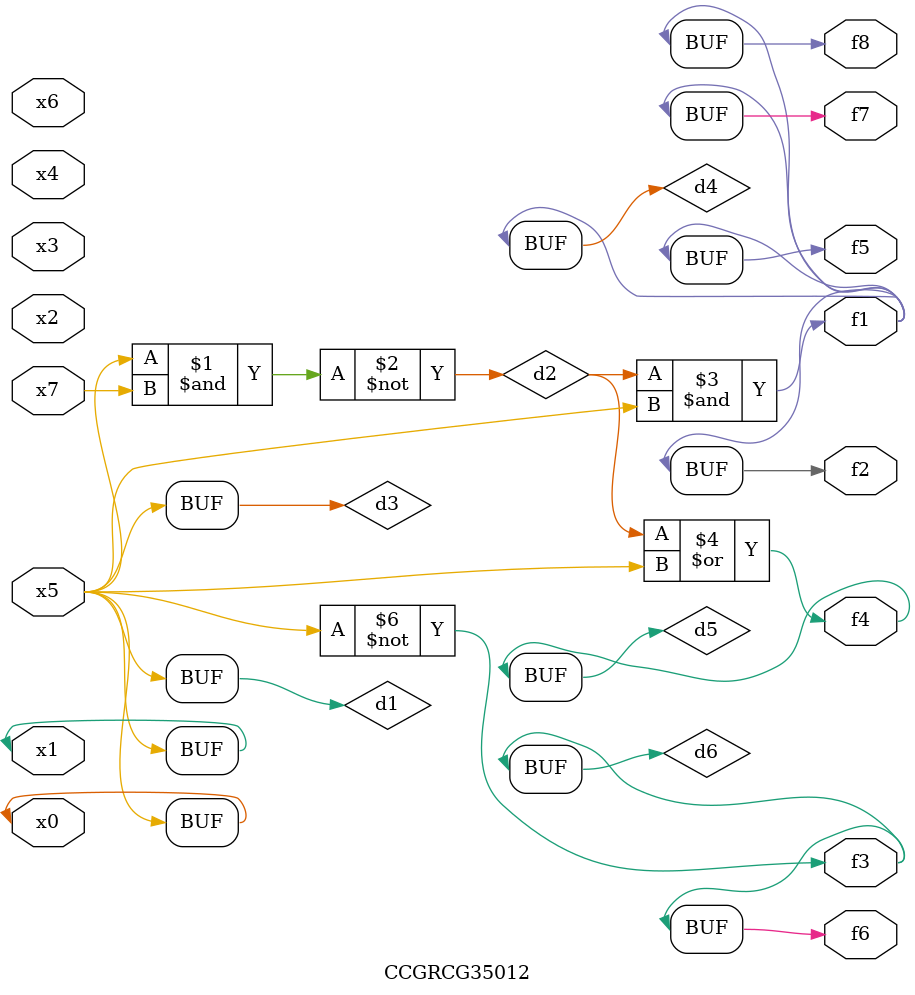
<source format=v>
module CCGRCG35012(
	input x0, x1, x2, x3, x4, x5, x6, x7,
	output f1, f2, f3, f4, f5, f6, f7, f8
);

	wire d1, d2, d3, d4, d5, d6;

	buf (d1, x0, x5);
	nand (d2, x5, x7);
	buf (d3, x0, x1);
	and (d4, d2, d3);
	or (d5, d2, d3);
	nor (d6, d1, d3);
	assign f1 = d4;
	assign f2 = d4;
	assign f3 = d6;
	assign f4 = d5;
	assign f5 = d4;
	assign f6 = d6;
	assign f7 = d4;
	assign f8 = d4;
endmodule

</source>
